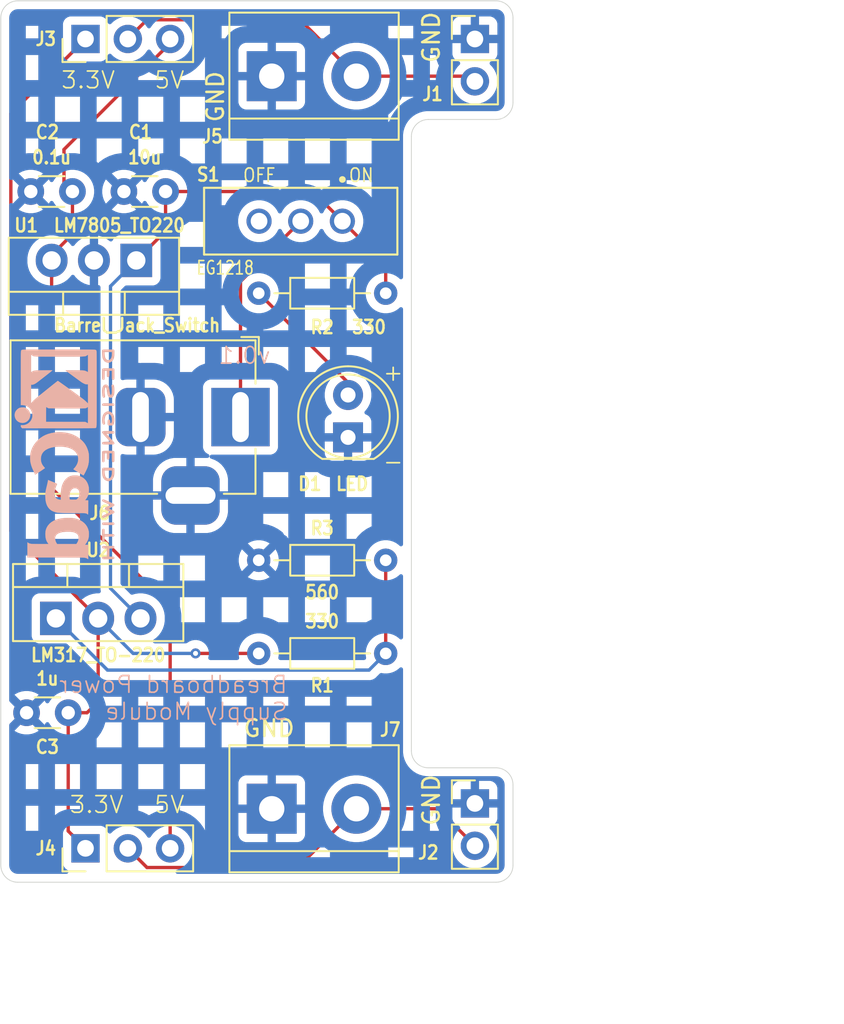
<source format=kicad_pcb>
(kicad_pcb (version 20241229) (generator "pcbnew") (generator_version "9.0")
  (layers (0 "F.Cu" signal) (2 "B.Cu" signal) (13 "F.Paste" user) (15 "B.Paste" user) (5 "F.SilkS" user "F.Silkscreen") (7 "B.SilkS" user "B.Silkscreen") (1 "F.Mask" user) (3 "B.Mask" user) (25 "Edge.Cuts" user))
  (net 0 "")
  (net 1 "/12V")
  (net 2 "GND")
  (net 3 "/5V")
  (net 4 "/3.3V")
  (net 5 "Net-(D1-A)")
  (net 6 "/PWR_OUT_1")
  (net 7 "/PWR_input")
  (net 8 "Net-(U2-ADJ)")
  (net 10 "/PWR_OUT_2")
  (footprint "Capacitor_THT:C_Disc_D3.0mm_W1.6mm_P2.50mm" (layer "F.Cu") (at 117.836 80.264 180)
    (property "Reference" "C2" (at 1.504 3.556 0) (layer "F.SilkS") (effects (font (size 0.8 0.7))))
    (property "Value" "0.1u" (at 1.25 2.05 0) (layer "F.SilkS") (effects (font (size 0.8 0.7))))
    (pad "1" thru_hole circle (at 0 0 180) (size 1.6 1.6) (drill 0.8) (layers "*.Cu" "*.Mask") (net 3 "/5V"))
    (pad "2" thru_hole circle (at 2.5 0 180) (size 1.6 1.6) (drill 0.8) (layers "*.Cu" "*.Mask") (net 2 "GND"))
  )
  (footprint "Resistor_THT:R_Axial_DIN0204_L3.6mm_D1.6mm_P7.62mm_Horizontal" (layer "F.Cu") (at 136.634 107.95 180)
    (property "Reference" "R1" (at 3.81 -1.92 0) (layer "F.SilkS") (effects (font (size 0.8 0.7))))
    (property "Value" "330" (at 3.81 1.92 0) (layer "F.SilkS") (effects (font (size 0.8 0.7))))
    (pad "1" thru_hole circle (at 0 0 180) (size 1.4 1.4) (drill 0.7) (layers "*.Cu" "*.Mask") (net 8 "Net-(U2-ADJ)"))
    (pad "2" thru_hole circle (at 7.62 0 180) (size 1.4 1.4) (drill 0.7) (layers "*.Cu" "*.Mask") (net 4 "/3.3V"))
  )
  (footprint "Connector_PinHeader_2.54mm:PinHeader_1x02_P2.54mm_Vertical" (layer "F.Cu") (at 141.986 116.9416)
    (property "Reference" "J2" (at -2.794 2.9464 0) (layer "F.SilkS") (effects (font (size 0.8 0.7))))
    (property "Value" "Conn_01x02_Pin" (hide yes))
    (pad "1" thru_hole rect (at 0 0) (size 1.7 1.7) (drill 1) (layers "*.Cu" "*.Mask") (net 2 "GND"))
    (pad "2" thru_hole circle (at 0 2.54) (size 1.7 1.7) (drill 1) (layers "*.Cu" "*.Mask") (net 10 "/PWR_OUT_2"))
  )
  (footprint "TerminalBlock:TerminalBlock_bornier-2_P5.08mm" (layer "F.Cu") (at 129.794 73.35)
    (property "Reference" "J5" (at -3.556 3.612 0) (layer "F.SilkS") (effects (font (size 0.8 0.7))))
    (property "Value" "Screw_Terminal_01x02" (hide yes))
    (pad "1" thru_hole rect (at 0 0) (size 3 3) (drill 1.52) (layers "*.Cu" "*.Mask") (net 2 "GND"))
    (pad "2" thru_hole circle (at 5.08 0) (size 3 3) (drill 1.52) (layers "*.Cu" "*.Mask") (net 6 "/PWR_OUT_1"))
  )
  (footprint "Connector_PinHeader_2.54mm:PinHeader_1x03_P2.54mm_Vertical" (layer "F.Cu") (at 118.618 71.12 90)
    (property "Reference" "J3" (at 0 -2.38 180) (layer "F.SilkS") (effects (font (size 0.8 0.7))))
    (property "Value" "Conn_01x03_Pin" (hide yes))
    (pad "1" thru_hole rect (at 0 0 90) (size 1.7 1.7) (drill 1) (layers "*.Cu" "*.Mask") (net 4 "/3.3V"))
    (pad "2" thru_hole circle (at 0 2.54 90) (size 1.7 1.7) (drill 1) (layers "*.Cu" "*.Mask") (net 6 "/PWR_OUT_1"))
    (pad "3" thru_hole circle (at 0 5.08 90) (size 1.7 1.7) (drill 1) (layers "*.Cu" "*.Mask") (net 3 "/5V"))
  )
  (footprint "Capacitor_THT:C_Disc_D3.0mm_W1.6mm_P2.50mm" (layer "F.Cu") (at 123.424 80.264 180)
    (property "Reference" "C1" (at 1.504 3.556 0) (layer "F.SilkS") (effects (font (size 0.8 0.7))))
    (property "Value" "10u" (at 1.25 2.05 0) (layer "F.SilkS") (effects (font (size 0.8 0.7))))
    (pad "1" thru_hole circle (at 0 0 180) (size 1.6 1.6) (drill 0.8) (layers "*.Cu" "*.Mask") (net 1 "/12V"))
    (pad "2" thru_hole circle (at 2.5 0 180) (size 1.6 1.6) (drill 0.8) (layers "*.Cu" "*.Mask") (net 2 "GND"))
  )
  (footprint "Capacitor_THT:C_Disc_D3.0mm_W1.6mm_P2.50mm" (layer "F.Cu") (at 117.582 111.506 180)
    (property "Reference" "C3" (at 1.25 -2.05 0) (layer "F.SilkS") (effects (font (size 0.8 0.7))))
    (property "Value" "1u" (at 1.25 2.05 0) (layer "F.SilkS") (effects (font (size 0.8 0.7))))
    (pad "1" thru_hole circle (at 0 0 180) (size 1.6 1.6) (drill 0.8) (layers "*.Cu" "*.Mask") (net 4 "/3.3V"))
    (pad "2" thru_hole circle (at 2.5 0 180) (size 1.6 1.6) (drill 0.8) (layers "*.Cu" "*.Mask") (net 2 "GND"))
  )
  (footprint "TerminalBlock:TerminalBlock_bornier-2_P5.08mm" (layer "F.Cu") (at 129.794 117.2616)
    (property "Reference" "J7" (at 7.112 -4.7396 0) (layer "F.SilkS") (effects (font (size 0.8 0.7))))
    (property "Value" "Screw_Terminal_01x02" (hide yes))
    (pad "1" thru_hole rect (at 0 0) (size 3 3) (drill 1.52) (layers "*.Cu" "*.Mask") (net 2 "GND"))
    (pad "2" thru_hole circle (at 5.08 0) (size 3 3) (drill 1.52) (layers "*.Cu" "*.Mask") (net 10 "/PWR_OUT_2"))
  )
  (footprint "LED_THT:LED_D5.0mm" (layer "F.Cu") (at 134.374 95.001 90)
    (property "Reference" "D1" (at -2.789 -2.294 180) (layer "F.SilkS") (effects (font (size 0.8 0.7))))
    (property "Value" "LED" (at -2.789 0.246 180) (layer "F.SilkS") (effects (font (size 0.8 0.7))))
    (pad "1" thru_hole rect (at 0 0 90) (size 1.8 1.8) (drill 0.9) (layers "*.Cu" "*.Mask") (net 2 "GND"))
    (pad "2" thru_hole circle (at 2.54 0 90) (size 1.8 1.8) (drill 0.9) (layers "*.Cu" "*.Mask") (net 5 "Net-(D1-A)"))
  )
  (footprint "Package_TO_SOT_THT:TO-220-3_Vertical" (layer "F.Cu") (at 121.666 84.394 180)
    (property "Reference" "U1" (at 6.604 2.098 0) (layer "F.SilkS") (effects (font (size 0.8 0.7))))
    (property "Value" "LM7805_TO220" (at 1.016 2.098 0) (layer "F.SilkS") (effects (font (size 0.8 0.7))))
    (pad "1" thru_hole rect (at 0 0 180) (size 1.905 2) (drill 1.1) (layers "*.Cu" "*.Mask") (net 1 "/12V"))
    (pad "2" thru_hole oval (at 2.54 0 180) (size 1.905 2) (drill 1.1) (layers "*.Cu" "*.Mask") (net 2 "GND"))
    (pad "3" thru_hole oval (at 5.08 0 180) (size 1.905 2) (drill 1.1) (layers "*.Cu" "*.Mask") (net 3 "/5V"))
  )
  (footprint "Connector_BarrelJack:BarrelJack_Horizontal" (layer "F.Cu") (at 127.92 93.7845)
    (property "Reference" "J6" (at -8.45 5.75 0) (layer "F.SilkS") (effects (font (size 0.8 0.7))))
    (property "Value" "Barrel_Jack_Switch" (at -6.2 -5.5 0) (layer "F.SilkS") (effects (font (size 0.8 0.7))))
    (pad "1" thru_hole rect (at 0 0) (size 3.5 3.5) (drill oval 1 3) (layers "*.Cu" "*.Mask") (net 7 "/PWR_input"))
    (pad "2" thru_hole roundrect (at -6 0) (size 3 3.5) (drill oval 1 3) (layers "*.Cu" "*.Mask") (net 2 "GND"))
    (pad "3" thru_hole roundrect (at -3 4.7) (size 3.5 3.5) (drill oval 3 1) (layers "*.Cu" "*.Mask") (net 2 "GND"))
  )
  (footprint "Connector_PinHeader_2.54mm:PinHeader_1x02_P2.54mm_Vertical" (layer "F.Cu") (at 141.986 71.12)
    (property "Reference" "J1" (at -2.54 3.302 0) (layer "F.SilkS") (effects (font (size 0.8 0.7))))
    (property "Value" "Conn_01x02_Pin" (hide yes))
    (pad "1" thru_hole rect (at 0 0) (size 1.7 1.7) (drill 1) (layers "*.Cu" "*.Mask") (net 2 "GND"))
    (pad "2" thru_hole circle (at 0 2.54) (size 1.7 1.7) (drill 1) (layers "*.Cu" "*.Mask") (net 6 "/PWR_OUT_1"))
  )
  (footprint "EG1218:SW_EG1218" (layer "F.Cu") (at 131.534 82.042 180)
    (property "Reference" "S1" (at 5.55 2.794 0) (layer "F.SilkS") (effects (font (size 0.8 0.7))))
    (property "Value" "EG1218" (at 4.534 -2.794 0) (layer "F.SilkS") (effects (font (size 0.8 0.6) (thickness 0.1) (bold yes))))
    (pad "1" thru_hole circle (at -2.5 0 180) (size 1.508 1.508) (drill 1) (layers "*.Cu" "*.Mask") (net 1 "/12V"))
    (pad "2" thru_hole circle (at 0 0 180) (size 1.508 1.508) (drill 1) (layers "*.Cu" "*.Mask") (net 7 "/PWR_input"))
    (pad "3" thru_hole circle (at 2.5 0 180) (size 1.508 1.508) (drill 1) (layers "*.Cu" "*.Mask"))
  )
  (footprint "Resistor_THT:R_Axial_DIN0204_L3.6mm_D1.6mm_P7.62mm_Horizontal" (layer "F.Cu") (at 129.014 86.36)
    (property "Reference" "R2" (at 3.81 2.032 0) (layer "F.SilkS") (effects (font (size 0.8 0.7))))
    (property "Value" "330" (at 6.622 2.032 0) (layer "F.SilkS") (effects (font (size 0.8 0.7))))
    (pad "1" thru_hole circle (at 0 0) (size 1.4 1.4) (drill 0.7) (layers "*.Cu" "*.Mask") (net 5 "Net-(D1-A)"))
    (pad "2" thru_hole circle (at 7.62 0) (size 1.4 1.4) (drill 0.7) (layers "*.Cu" "*.Mask") (net 1 "/12V"))
  )
  (footprint "Package_TO_SOT_THT:TO-220-3_Vertical" (layer "F.Cu") (at 116.84 105.852)
    (property "Reference" "U2" (at 2.54 -4.1 0) (layer "F.SilkS") (effects (font (size 0.8 0.7))))
    (property "Value" "LM317_TO-220" (at 2.54 2.2 0) (layer "F.SilkS") (effects (font (size 0.8 0.7))))
    (pad "1" thru_hole rect (at 0 0) (size 1.905 2) (drill 1.1) (layers "*.Cu" "*.Mask") (net 8 "Net-(U2-ADJ)"))
    (pad "2" thru_hole oval (at 2.54 0) (size 1.905 2) (drill 1.1) (layers "*.Cu" "*.Mask") (net 4 "/3.3V"))
    (pad "3" thru_hole oval (at 5.08 0) (size 1.905 2) (drill 1.1) (layers "*.Cu" "*.Mask") (net 1 "/12V"))
  )
  (footprint "Resistor_THT:R_Axial_DIN0204_L3.6mm_D1.6mm_P7.62mm_Horizontal" (layer "F.Cu") (at 129.014 102.367)
    (property "Reference" "R3" (at 3.81 -1.92 0) (layer "F.SilkS") (effects (font (size 0.8 0.7))))
    (property "Value" "560" (at 3.81 1.92 0) (layer "F.SilkS") (effects (font (size 0.8 0.7))))
    (pad "1" thru_hole circle (at 0 0) (size 1.4 1.4) (drill 0.7) (layers "*.Cu" "*.Mask") (net 2 "GND"))
    (pad "2" thru_hole circle (at 7.62 0) (size 1.4 1.4) (drill 0.7) (layers "*.Cu" "*.Mask") (net 8 "Net-(U2-ADJ)"))
  )
  (footprint "Connector_PinHeader_2.54mm:PinHeader_1x03_P2.54mm_Vertical" (layer "F.Cu") (at 118.618 119.634 90)
    (property "Reference" "J4" (at 0 -2.38 180) (layer "F.SilkS") (effects (font (size 0.8 0.7))))
    (property "Value" "Conn_01x03_Pin" (hide yes))
    (pad "1" thru_hole rect (at 0 0 90) (size 1.7 1.7) (drill 1) (layers "*.Cu" "*.Mask") (net 4 "/3.3V"))
    (pad "2" thru_hole circle (at 0 2.54 90) (size 1.7 1.7) (drill 1) (layers "*.Cu" "*.Mask") (net 10 "/PWR_OUT_2"))
    (pad "3" thru_hole circle (at 0 5.08 90) (size 1.7 1.7) (drill 1) (layers "*.Cu" "*.Mask") (net 3 "/5V"))
  )
  (footprint "Symbol:KiCad-Logo2_5mm_SilkScreen" (layer "B.Cu") (at 117.348 96.012 -90)
    (property "Reference" "REF**" (hide yes))
    (property "Value" "KiCad-Logo2_5mm_SilkScreen" (hide yes))
  )
  (gr_line (start 113.538 69.85) (end 113.538 120.65) (stroke (width 0.05)) (layer "Edge.Cuts"))
  (gr_arc (start 144.272 120.65) (mid 143.97442 121.36842) (end 143.256 121.666) (stroke (width 0.05)) (layer "Edge.Cuts"))
  (gr_arc (start 143.256 114.808) (mid 143.97442 115.10558) (end 144.272 115.824) (stroke (width 0.05)) (layer "Edge.Cuts"))
  (gr_arc (start 113.538 69.85) (mid 113.83558 69.13158) (end 114.554 68.834) (stroke (width 0.05)) (layer "Edge.Cuts"))
  (gr_arc (start 138.176 76.962) (mid 138.47358 76.24358) (end 139.192 75.946) (stroke (width 0.05)) (layer "Edge.Cuts"))
  (gr_line (start 143.256 114.808) (end 139.192 114.808) (stroke (width 0.05)) (layer "Edge.Cuts"))
  (gr_line (start 144.272 74.93) (end 144.272 69.85) (stroke (width 0.05)) (layer "Edge.Cuts"))
  (gr_arc (start 139.192 114.808) (mid 138.47358 114.51042) (end 138.176 113.792) (stroke (width 0.05)) (layer "Edge.Cuts"))
  (gr_line (start 144.272 120.65) (end 144.272 115.824) (stroke (width 0.05)) (layer "Edge.Cuts"))
  (gr_line (start 114.554 121.666) (end 143.256 121.666) (stroke (width 0.05)) (layer "Edge.Cuts"))
  (gr_line (start 138.176 113.792) (end 138.176 76.962) (stroke (width 0.05)) (layer "Edge.Cuts"))
  (gr_arc (start 143.256 68.834) (mid 143.97442 69.13158) (end 144.272 69.85) (stroke (width 0.05)) (layer "Edge.Cuts"))
  (gr_arc (start 144.272 74.93) (mid 143.97442 75.64842) (end 143.256 75.946) (stroke (width 0.05)) (layer "Edge.Cuts"))
  (gr_arc (start 114.554 121.666) (mid 113.83558 121.36842) (end 113.538 120.65) (stroke (width 0.05)) (layer "Edge.Cuts"))
  (gr_line (start 139.192 75.946) (end 143.256 75.946) (stroke (width 0.05)) (layer "Edge.Cuts"))
  (gr_line (start 143.256 68.834) (end 114.554 68.834) (stroke (width 0.05)) (layer "Edge.Cuts"))
  (gr_text "OFF" (at 128.016 79.756 0) (layer "F.SilkS") (effects (font (size 0.8 0.7) (thickness 0.1)) (justify left bottom)))
  (gr_text "5V" (at 122.682 74.168 0) (layer "F.SilkS") (effects (font (size 1 1) (thickness 0.1)) (justify left bottom)))
  (gr_text "GND" (at 128.016 113.03 0) (layer "F.SilkS") (effects (font (size 1 1)) (justify left bottom)))
  (gr_text "ON" (at 134.366 79.756 0) (layer "F.SilkS") (effects (font (size 0.8 0.7) (thickness 0.1)) (justify left bottom)))
  (gr_text "GND" (at 127 76.2 90) (layer "F.SilkS") (effects (font (size 1 1)) (justify left bottom)))
  (gr_text "GND" (at 139.954 72.644 90) (layer "F.SilkS") (effects (font (size 1 1)) (justify left bottom)))
  (gr_text "5V" (at 122.682 117.602 0) (layer "F.SilkS") (effects (font (size 1 1) (thickness 0.1)) (justify left bottom)))
  (gr_text "GND" (at 139.954 118.364 90) (layer "F.SilkS") (effects (font (size 1 1)) (justify left bottom)))
  (gr_text "3.3V" (at 117.602 117.602 0) (layer "F.SilkS") (effects (font (size 1 1) (thickness 0.1)) (justify left bottom)))
  (gr_text "-" (at 136.398 97.028 0) (layer "F.SilkS") (effects (font (size 1 1) (thickness 0.1)) (justify left bottom)))
  (gr_text "+" (at 136.398 91.694 0) (layer "F.SilkS") (effects (font (size 1 1) (thickness 0.1)) (justify left bottom)))
  (gr_text "3.3V" (at 117.094 74.168 0) (layer "F.SilkS") (effects (font (size 1 1) (thickness 0.1)) (justify left bottom)))
  (gr_text "Breadboard Power\nSupply Module" (at 130.81 112.014 0) (layer "B.SilkS") (effects (font (size 1 1) (thickness 0.1)) (justify left bottom mirror)))
  (gr_text "v0.1" (at 129.794 90.678 0) (layer "B.SilkS") (effects (font (size 1 1) (thickness 0.1)) (justify left bottom mirror)))
  (segment (start 123.424 80.264) (end 132.256 80.264) (width 0.2) (layer "F.Cu") (net 1))
  (segment (start 136.634 84.642) (end 136.634 86.36) (width 0.2) (layer "F.Cu") (net 1))
  (segment (start 123.424 80.264) (end 123.424 82.636) (width 0.2) (layer "F.Cu") (net 1))
  (segment (start 132.256 80.264) (end 134.034 82.042) (width 0.2) (layer "F.Cu") (net 1))
  (segment (start 134.034 82.042) (end 136.634 84.642) (width 0.2) (layer "F.Cu") (net 1))
  (segment (start 123.424 82.636) (end 121.666 84.394) (width 0.2) (layer "F.Cu") (net 1))
  (segment (start 120.119 85.941) (end 120.119 104.051) (width 0.2) (layer "B.Cu") (net 1))
  (segment (start 120.119 104.051) (end 121.92 105.852) (width 0.2) (layer "B.Cu") (net 1))
  (segment (start 121.666 84.394) (end 120.119 85.941) (width 0.2) (layer "B.Cu") (net 1))
  (segment (start 123.698 105.156) (end 123.698 119.634) (width 0.2) (layer "F.Cu") (net 3))
  (segment (start 116.586 84.074) (end 117.836 82.824) (width 0.2) (layer "F.Cu") (net 3))
  (segment (start 117.836 82.824) (end 117.836 80.264) (width 0.2) (layer "F.Cu") (net 3))
  (segment (start 117.328 77.744) (end 117.328 80.264) (width 0.2) (layer "F.Cu") (net 3))
  (segment (start 116.586 98.044) (end 123.698 105.156) (width 0.2) (layer "F.Cu") (net 3))
  (segment (start 116.586 84.394) (end 116.586 84.074) (width 0.2) (layer "F.Cu") (net 3))
  (segment (start 123.698 71.374) (end 117.328 77.744) (width 0.2) (layer "F.Cu") (net 3))
  (segment (start 123.698 71.12) (end 123.698 71.374) (width 0.2) (layer "F.Cu") (net 3))
  (segment (start 116.586 84.394) (end 116.586 98.044) (width 0.2) (layer "F.Cu") (net 3))
  (segment (start 117.582 118.598) (end 118.618 119.634) (width 0.2) (layer "F.Cu") (net 4))
  (segment (start 119.38 110.83937) (end 119.38 105.852) (width 0.2) (layer "F.Cu") (net 4))
  (segment (start 129.014 107.95) (end 125.222 107.95) (width 0.2) (layer "F.Cu") (net 4))
  (segment (start 117.582 111.506) (end 117.582 118.598) (width 0.2) (layer "F.Cu") (net 4))
  (segment (start 114.139 100.611) (end 119.38 105.852) (width 0.2) (layer "F.Cu") (net 4))
  (segment (start 117.582 111.506) (end 118.71337 111.506) (width 0.2) (layer "F.Cu") (net 4))
  (segment (start 114.139 75.599) (end 114.139 100.611) (width 0.2) (layer "F.Cu") (net 4))
  (segment (start 118.618 71.12) (end 114.139 75.599) (width 0.2) (layer "F.Cu") (net 4))
  (segment (start 118.71337 111.506) (end 119.38 110.83937) (width 0.2) (layer "F.Cu") (net 4))
  (via (at 125.222 107.95) (size 0.6) (drill 0.3) (layers "F.Cu" "B.Cu") (net 4))
  (segment (start 121.478 107.95) (end 119.38 105.852) (width 0.2) (layer "B.Cu") (net 4))
  (segment (start 125.222 107.95) (end 121.478 107.95) (width 0.2) (layer "B.Cu") (net 4))
  (segment (start 134.374 91.72) (end 134.374 92.461) (width 0.2) (layer "F.Cu") (net 5))
  (segment (start 129.014 86.36) (end 134.374 91.72) (width 0.2) (layer "F.Cu") (net 5))
  (segment (start 131.493 69.969) (end 134.874 73.35) (width 0.2) (layer "F.Cu") (net 6))
  (segment (start 141.732 73.66) (end 141.422 73.35) (width 0.2) (layer "F.Cu") (net 6))
  (segment (start 141.986 73.66) (end 141.732 73.66) (width 0.2) (layer "F.Cu") (net 6))
  (segment (start 121.158 71.12) (end 122.309 69.969) (width 0.2) (layer "F.Cu") (net 6))
  (segment (start 122.309 69.969) (end 131.493 69.969) (width 0.2) (layer "F.Cu") (net 6))
  (segment (start 141.422 73.35) (end 134.874 73.35) (width 0.2) (layer "F.Cu") (net 6))
  (segment (start 127.92 85.656) (end 127.92 93.7845) (width 0.2) (layer "F.Cu") (net 7))
  (segment (start 131.534 82.042) (end 127.92 85.656) (width 0.2) (layer "F.Cu") (net 7))
  (segment (start 136.634 102.367) (end 136.634 107.95) (width 0.2) (layer "F.Cu") (net 8))
  (segment (start 135.633 108.951) (end 119.939 108.951) (width 0.2) (layer "B.Cu") (net 8))
  (segment (start 119.939 108.951) (end 116.84 105.852) (width 0.2) (layer "B.Cu") (net 8))
  (segment (start 136.634 107.95) (end 135.633 108.951) (width 0.2) (layer "B.Cu") (net 8))
  (segment (start 121.158 119.634) (end 122.309 120.785) (width 0.2) (layer "F.Cu") (net 10))
  (segment (start 122.309 120.785) (end 131.3506 120.785) (width 0.2) (layer "F.Cu") (net 10))
  (segment (start 134.874 117.2616) (end 139.766 117.2616) (width 0.2) (layer "F.Cu") (net 10))
  (segment (start 139.766 117.2616) (end 141.986 119.4816) (width 0.2) (layer "F.Cu") (net 10))
  (segment (start 131.3506 120.785) (end 134.874 117.2616) (width 0.2) (layer "F.Cu") (net 10))
  (zone (net 2) (net_name "GND") (layer "B.Cu") (connect_pads (clearance 0.5)) (min_thickness 0.25) (fill yes (mode hatch) (thermal_gap 0.5) (thermal_bridge_width 0.5) (hatch_thickness 1) (hatch_gap 1.5) (hatch_orientation 0) (hatch_border_algorithm hatch_thickness) (hatch_min_hole_area 0.3))
    (polygon (pts (xy 114.3 69.088) (xy 113.792 69.596) (xy 113.792 120.904) (xy 114.3 121.412) (xy 143.51 121.412) (xy 144.018 120.904) (xy 144.018 115.57) (xy 143.51 115.062) (xy 138.684 115.062) (xy 137.922 114.3) (xy 137.922 76.454) (xy 138.684 75.692) (xy 143.256 75.692) (xy 144.018 74.93) (xy 144.018 69.85) (xy 143.256 69.088)))
  )
)
</source>
